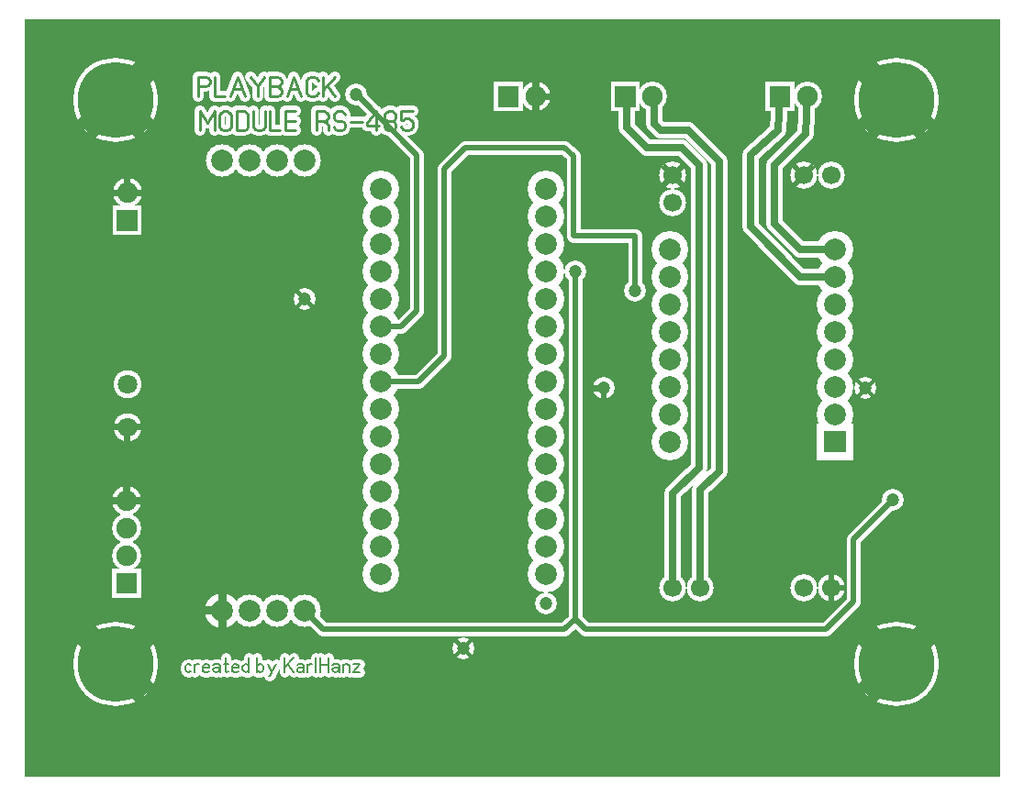
<source format=gbr>
%FSLAX34Y34*%
%MOMM*%
%LNCOPPER_TOP*%
G71*
G01*
%ADD10C, 7.800*%
%ADD11C, 3.000*%
%ADD12C, 3.400*%
%ADD13C, 2.600*%
%ADD14C, 2.700*%
%ADD15C, 2.500*%
%ADD16C, 2.000*%
%ADD17C, 1.500*%
%ADD18C, 1.300*%
%ADD19C, 1.022*%
%ADD20C, 0.967*%
%ADD21C, 3.200*%
%ADD22C, 2.333*%
%ADD23C, 0.567*%
%ADD24C, 0.512*%
%ADD25C, 0.400*%
%ADD26C, 0.633*%
%ADD27C, 0.600*%
%ADD28C, 0.753*%
%ADD29C, 7.000*%
%ADD30C, 2.000*%
%ADD31C, 1.800*%
%ADD32C, 1.900*%
%ADD33C, 1.700*%
%ADD34C, 1.200*%
%ADD35C, 0.700*%
%ADD36C, 0.500*%
%ADD37C, 0.222*%
%ADD38C, 0.167*%
%LPD*%
G36*
X0Y700000D02*
X900000Y700000D01*
X900000Y0D01*
X0Y0D01*
X0Y700000D01*
G37*
%LPC*%
X84137Y625475D02*
G54D10*
D03*
X84137Y104813D02*
G54D10*
D03*
X804862Y104813D02*
G54D10*
D03*
X804862Y625475D02*
G54D10*
D03*
X182562Y569612D02*
G54D11*
D03*
X207962Y569612D02*
G54D11*
D03*
X233362Y569612D02*
G54D11*
D03*
X258762Y569612D02*
G54D11*
D03*
X182562Y153687D02*
G54D11*
D03*
X207962Y153687D02*
G54D11*
D03*
X233362Y153688D02*
G54D11*
D03*
X258762Y153687D02*
G54D11*
D03*
X481012Y187362D02*
G54D12*
D03*
X481012Y212762D02*
G54D12*
D03*
X481012Y238162D02*
G54D12*
D03*
X481012Y263562D02*
G54D12*
D03*
X481012Y288962D02*
G54D12*
D03*
X481012Y314362D02*
G54D12*
D03*
X481012Y339762D02*
G54D12*
D03*
X481012Y365162D02*
G54D12*
D03*
X481012Y390562D02*
G54D12*
D03*
X481012Y415962D02*
G54D12*
D03*
X481012Y441362D02*
G54D12*
D03*
X481012Y466762D02*
G54D12*
D03*
X481012Y492162D02*
G54D12*
D03*
X481012Y517562D02*
G54D12*
D03*
X481012Y542962D02*
G54D12*
D03*
X328612Y187362D02*
G54D12*
D03*
X328612Y212762D02*
G54D12*
D03*
X328612Y238162D02*
G54D12*
D03*
X328612Y263562D02*
G54D12*
D03*
X328612Y288962D02*
G54D12*
D03*
X328612Y314362D02*
G54D12*
D03*
X328612Y339762D02*
G54D12*
D03*
X328612Y365162D02*
G54D12*
D03*
X328612Y390562D02*
G54D12*
D03*
X328612Y415962D02*
G54D12*
D03*
X328612Y441362D02*
G54D12*
D03*
X328612Y466762D02*
G54D12*
D03*
X328612Y492162D02*
G54D12*
D03*
X328612Y517562D02*
G54D12*
D03*
X328612Y542962D02*
G54D12*
D03*
X595312Y487400D02*
G54D12*
D03*
X595312Y462000D02*
G54D12*
D03*
X595312Y436600D02*
G54D12*
D03*
X595312Y411200D02*
G54D12*
D03*
X595312Y385800D02*
G54D12*
D03*
X595312Y360400D02*
G54D12*
D03*
X595312Y335000D02*
G54D12*
D03*
X94761Y322933D02*
G54D13*
D03*
X94761Y362933D02*
G54D13*
D03*
X94765Y539283D02*
G54D14*
D03*
G36*
X108265Y527383D02*
X108265Y500383D01*
X81265Y500383D01*
X81265Y527383D01*
X108265Y527383D01*
G37*
X94413Y204322D02*
G54D14*
D03*
G36*
X107913Y192422D02*
X107913Y165422D01*
X80913Y165422D01*
X80913Y192422D01*
X107913Y192422D01*
G37*
X94413Y229722D02*
G54D14*
D03*
X94413Y255122D02*
G54D14*
D03*
X747713Y487400D02*
G54D12*
D03*
X747713Y462000D02*
G54D12*
D03*
X747713Y436600D02*
G54D12*
D03*
X747713Y411200D02*
G54D12*
D03*
X747713Y385800D02*
G54D12*
D03*
X747713Y360400D02*
G54D12*
D03*
X747713Y335000D02*
G54D12*
D03*
G36*
X764713Y326600D02*
X764713Y292600D01*
X730713Y292600D01*
X730713Y326600D01*
X764713Y326600D01*
G37*
X595312Y309600D02*
G54D12*
D03*
X598414Y174577D02*
G54D15*
D03*
X623814Y174577D02*
G54D15*
D03*
X719064Y174577D02*
G54D15*
D03*
X744464Y174577D02*
G54D15*
D03*
X598329Y555651D02*
G54D15*
D03*
X598328Y530251D02*
G54D15*
D03*
X719064Y555577D02*
G54D15*
D03*
X744464Y555577D02*
G54D15*
D03*
X579884Y628209D02*
G54D14*
D03*
G36*
X567984Y614709D02*
X540984Y614709D01*
X540984Y641709D01*
X567984Y641709D01*
X567984Y614709D01*
G37*
X534987Y358838D02*
G54D16*
D03*
X776287Y358838D02*
G54D16*
D03*
X563563Y449326D02*
G54D16*
D03*
X481013Y160401D02*
G54D16*
D03*
X722759Y628209D02*
G54D14*
D03*
G36*
X710859Y614709D02*
X683859Y614709D01*
X683859Y641709D01*
X710859Y641709D01*
X710859Y614709D01*
G37*
G54D17*
X747713Y487400D02*
X715925Y487400D01*
X692150Y511175D01*
X692150Y565150D01*
X720725Y593725D01*
X722759Y628209D01*
G54D17*
X747713Y462000D02*
X715925Y462000D01*
X669925Y508000D01*
X669925Y574675D01*
X695325Y596900D01*
X697359Y628209D01*
G54D17*
X598414Y174577D02*
X598414Y261864D01*
X622300Y285750D01*
X622300Y565150D01*
X606425Y581025D01*
X574675Y581025D01*
X555625Y600075D01*
X555625Y627068D01*
X554484Y628209D01*
G54D17*
X623814Y174577D02*
X623814Y265039D01*
X641350Y282575D01*
X641350Y568325D01*
X612775Y596900D01*
X587375Y596900D01*
X581025Y603250D01*
X581025Y627068D01*
X579884Y628209D01*
X801688Y255651D02*
G54D16*
D03*
X258763Y441389D02*
G54D16*
D03*
X508000Y466788D02*
G54D16*
D03*
G54D18*
X508000Y466788D02*
X508000Y146050D01*
X517525Y136525D01*
X739775Y136525D01*
X765175Y161925D01*
X765175Y219138D01*
X801688Y255651D01*
G54D18*
X508000Y146050D02*
X498475Y136525D01*
X275924Y136525D01*
X258762Y153687D01*
G54D18*
X328612Y365162D02*
X363575Y365162D01*
X387350Y388938D01*
X387350Y561975D01*
X406400Y581025D01*
X498475Y581025D01*
X506412Y573088D01*
X506412Y500062D01*
X563562Y500062D01*
X563563Y449326D01*
G54D19*
X275208Y605789D02*
X279208Y603567D01*
X280542Y601344D01*
X280542Y596900D01*
G54D19*
X269875Y596900D02*
X269875Y614678D01*
X276542Y614678D01*
X279208Y613567D01*
X280542Y611344D01*
X280542Y609122D01*
X279208Y606900D01*
X276542Y605789D01*
X269875Y605789D01*
G54D19*
X285431Y600233D02*
X286764Y598011D01*
X289431Y596900D01*
X292098Y596900D01*
X294764Y598011D01*
X296098Y600233D01*
X296098Y602456D01*
X294764Y604678D01*
X292098Y605789D01*
X289431Y605789D01*
X286764Y606900D01*
X285431Y609122D01*
X285431Y611344D01*
X286764Y613567D01*
X289431Y614678D01*
X292098Y614678D01*
X294764Y613567D01*
X296098Y611344D01*
G54D19*
X300987Y604678D02*
X311654Y604678D01*
G54D19*
X324543Y596900D02*
X324543Y614678D01*
X316543Y603567D01*
X316543Y601344D01*
X327210Y601344D01*
G54D19*
X338766Y605789D02*
X336099Y605789D01*
X333432Y606900D01*
X332099Y609122D01*
X332099Y611344D01*
X333432Y613567D01*
X336099Y614678D01*
X338766Y614678D01*
X341432Y613567D01*
X342766Y611344D01*
X342766Y609122D01*
X341432Y606900D01*
X338766Y605789D01*
X341432Y604678D01*
X342766Y602456D01*
X342766Y600233D01*
X341432Y598011D01*
X338766Y596900D01*
X336099Y596900D01*
X333432Y598011D01*
X332099Y600233D01*
X332099Y602456D01*
X333432Y604678D01*
X336099Y605789D01*
G54D19*
X358322Y614678D02*
X347655Y614678D01*
X347655Y606900D01*
X348988Y606900D01*
X351655Y608011D01*
X354322Y608011D01*
X356988Y606900D01*
X358322Y604678D01*
X358322Y600233D01*
X356988Y598011D01*
X354322Y596900D01*
X351655Y596900D01*
X348988Y598011D01*
X347655Y600233D01*
G54D20*
X153284Y103914D02*
X151284Y104414D01*
X149284Y103914D01*
X148284Y102248D01*
X148284Y98914D01*
X149284Y97248D01*
X151284Y96914D01*
X153284Y97248D01*
G54D20*
X156951Y96914D02*
X156951Y104414D01*
G54D20*
X156951Y102748D02*
X158951Y104414D01*
X160951Y104414D01*
G54D20*
X170618Y97748D02*
X169018Y96914D01*
X167018Y96914D01*
X165018Y97748D01*
X164618Y99414D01*
X164618Y102248D01*
X165618Y103914D01*
X167618Y104414D01*
X169618Y103914D01*
X170618Y102748D01*
X170618Y101081D01*
X164618Y101081D01*
G54D20*
X174285Y103581D02*
X176285Y104414D01*
X178685Y104414D01*
X180285Y102748D01*
X180285Y96914D01*
G54D20*
X180285Y99414D02*
X179285Y101081D01*
X177285Y101414D01*
X175285Y101081D01*
X174285Y99414D01*
X174685Y97748D01*
X176285Y96914D01*
X177285Y96914D01*
X177685Y96914D01*
X179285Y97748D01*
X180285Y99414D01*
G54D20*
X185952Y110248D02*
X185952Y97748D01*
X186952Y96914D01*
X187952Y97248D01*
G54D20*
X183952Y104414D02*
X187952Y104414D01*
G54D20*
X197619Y97748D02*
X196019Y96914D01*
X194019Y96914D01*
X192019Y97748D01*
X191619Y99414D01*
X191619Y102248D01*
X192619Y103914D01*
X194619Y104414D01*
X196619Y103914D01*
X197619Y102748D01*
X197619Y101081D01*
X191619Y101081D01*
G54D20*
X207286Y96914D02*
X207286Y110248D01*
G54D20*
X207286Y102248D02*
X206286Y103914D01*
X204286Y104414D01*
X202286Y103914D01*
X201286Y102248D01*
X201286Y98914D01*
X202286Y97248D01*
X204286Y96914D01*
X206286Y97248D01*
X207286Y98914D01*
G54D20*
X214820Y96914D02*
X214820Y110248D01*
G54D20*
X214820Y102248D02*
X215820Y103914D01*
X217820Y104414D01*
X219820Y103914D01*
X220820Y102248D01*
X220820Y98914D01*
X219820Y97248D01*
X217820Y96914D01*
X215820Y97248D01*
X214820Y98914D01*
G54D20*
X224487Y104414D02*
X228487Y96914D01*
X232487Y104414D01*
G54D20*
X228487Y96914D02*
X227487Y94414D01*
X226487Y93581D01*
X225487Y93581D01*
G54D20*
X240021Y96914D02*
X240021Y110248D01*
G54D20*
X240021Y101081D02*
X248021Y110248D01*
G54D20*
X243021Y103581D02*
X248021Y96914D01*
G54D20*
X251688Y103581D02*
X253688Y104414D01*
X256088Y104414D01*
X257688Y102748D01*
X257688Y96914D01*
G54D20*
X257688Y99414D02*
X256688Y101081D01*
X254688Y101414D01*
X252688Y101081D01*
X251688Y99414D01*
X252088Y97748D01*
X253688Y96914D01*
X254688Y96914D01*
X255088Y96914D01*
X256688Y97748D01*
X257688Y99414D01*
G54D20*
X261355Y96914D02*
X261355Y104414D01*
G54D20*
X261355Y102748D02*
X263355Y104414D01*
X265355Y104414D01*
G54D20*
X269022Y96914D02*
X269022Y110248D01*
G54D20*
X272689Y96914D02*
X272689Y110248D01*
G54D20*
X280689Y96914D02*
X280689Y110248D01*
G54D20*
X272689Y103581D02*
X280689Y103581D01*
G54D20*
X284356Y103581D02*
X286356Y104414D01*
X288756Y104414D01*
X290356Y102748D01*
X290356Y96914D01*
G54D20*
X290356Y99414D02*
X289356Y101081D01*
X287356Y101414D01*
X285356Y101081D01*
X284356Y99414D01*
X284756Y97748D01*
X286356Y96914D01*
X287356Y96914D01*
X287756Y96914D01*
X289356Y97748D01*
X290356Y99414D01*
G54D20*
X294023Y96914D02*
X294023Y104414D01*
G54D20*
X294023Y102748D02*
X295023Y103914D01*
X297023Y104414D01*
X299023Y103914D01*
X300023Y102748D01*
X300023Y96914D01*
G54D20*
X303690Y104414D02*
X309690Y104414D01*
X303690Y96914D01*
X309690Y96914D01*
X94413Y255121D02*
G54D14*
D03*
X94761Y322933D02*
G54D13*
D03*
X94765Y539283D02*
G54D14*
D03*
X404813Y119126D02*
G54D16*
D03*
X182562Y153687D02*
G54D21*
D03*
X471934Y628209D02*
G54D14*
D03*
G36*
X460034Y614709D02*
X433034Y614709D01*
X433034Y641709D01*
X460034Y641709D01*
X460034Y614709D01*
G37*
X471934Y628209D02*
G54D13*
D03*
X306388Y630301D02*
G54D16*
D03*
G54D18*
X328612Y415962D02*
X347700Y415962D01*
X361950Y430212D01*
X361950Y574675D01*
X306452Y630238D01*
X306388Y630301D01*
G54D19*
X160338Y628650D02*
X160338Y646428D01*
X167004Y646428D01*
X169671Y645317D01*
X171004Y643094D01*
X171004Y640872D01*
X169671Y638650D01*
X167004Y637539D01*
X160338Y637539D01*
G54D19*
X175894Y646428D02*
X175894Y628650D01*
X185227Y628650D01*
G54D19*
X190116Y628650D02*
X196782Y646428D01*
X203449Y628650D01*
G54D19*
X192782Y635317D02*
X200782Y635317D01*
G54D19*
X208338Y646428D02*
X215004Y637539D01*
X215004Y628650D01*
G54D19*
X215004Y637539D02*
X221671Y646428D01*
G54D19*
X226560Y628650D02*
X226560Y646428D01*
X233226Y646428D01*
X235893Y645317D01*
X237226Y643094D01*
X237226Y640872D01*
X235893Y638650D01*
X233226Y637539D01*
X235893Y636428D01*
X237226Y634206D01*
X237226Y631983D01*
X235893Y629761D01*
X233226Y628650D01*
X226560Y628650D01*
G54D19*
X226560Y637539D02*
X233226Y637539D01*
G54D19*
X242116Y628650D02*
X248782Y646428D01*
X255449Y628650D01*
G54D19*
X244782Y635317D02*
X252782Y635317D01*
G54D19*
X271004Y631983D02*
X269671Y629761D01*
X267004Y628650D01*
X264338Y628650D01*
X261671Y629761D01*
X260338Y631983D01*
X260338Y643094D01*
X261671Y645317D01*
X264338Y646428D01*
X267004Y646428D01*
X269671Y645317D01*
X271004Y643094D01*
G54D19*
X275894Y628650D02*
X275894Y646428D01*
G54D19*
X275894Y634206D02*
X286560Y646428D01*
G54D19*
X279894Y637539D02*
X286560Y628650D01*
G54D19*
X161925Y596900D02*
X161925Y614678D01*
X168592Y603567D01*
X175258Y614678D01*
X175258Y596900D01*
G54D19*
X190814Y611344D02*
X190814Y600233D01*
X189480Y598011D01*
X186814Y596900D01*
X184147Y596900D01*
X181480Y598011D01*
X180147Y600233D01*
X180147Y611344D01*
X181480Y613567D01*
X184147Y614678D01*
X186814Y614678D01*
X189480Y613567D01*
X190814Y611344D01*
G54D19*
X195703Y596900D02*
X195703Y614678D01*
X202370Y614678D01*
X205036Y613567D01*
X206370Y611344D01*
X206370Y600233D01*
X205036Y598011D01*
X202370Y596900D01*
X195703Y596900D01*
G54D19*
X211259Y614678D02*
X211259Y600233D01*
X212592Y598011D01*
X215259Y596900D01*
X217926Y596900D01*
X220592Y598011D01*
X221926Y600233D01*
X221926Y614678D01*
G54D19*
X226815Y614678D02*
X226815Y596900D01*
X236148Y596900D01*
G54D19*
X250370Y596900D02*
X241037Y596900D01*
X241037Y614678D01*
X250370Y614678D01*
G54D19*
X241037Y605789D02*
X250370Y605789D01*
%LPD*%
G54D22*
G36*
X75887Y633725D02*
X103818Y661655D01*
X120317Y645156D01*
X92387Y617225D01*
X75887Y633725D01*
G37*
G36*
X92387Y633725D02*
X120317Y605794D01*
X103818Y589295D01*
X75887Y617225D01*
X92387Y633725D01*
G37*
G36*
X92387Y617225D02*
X64456Y589295D01*
X47957Y605794D01*
X75887Y633725D01*
X92387Y617225D01*
G37*
G54D22*
G36*
X75887Y113063D02*
X103818Y140993D01*
X120317Y124494D01*
X92387Y96563D01*
X75887Y113063D01*
G37*
G36*
X92387Y113063D02*
X120317Y85132D01*
X103818Y68633D01*
X75887Y96563D01*
X92387Y113063D01*
G37*
G36*
X75887Y96563D02*
X47957Y124494D01*
X64456Y140993D01*
X92387Y113063D01*
X75887Y96563D01*
G37*
G54D22*
G36*
X796612Y113063D02*
X824543Y140993D01*
X841042Y124494D01*
X813112Y96563D01*
X796612Y113063D01*
G37*
G36*
X813112Y96563D02*
X785181Y68633D01*
X768682Y85132D01*
X796612Y113063D01*
X813112Y96563D01*
G37*
G36*
X796612Y96563D02*
X768682Y124494D01*
X785181Y140993D01*
X813112Y113063D01*
X796612Y96563D01*
G37*
G54D22*
G36*
X813112Y633725D02*
X841042Y605794D01*
X824543Y589295D01*
X796612Y617225D01*
X813112Y633725D01*
G37*
G36*
X813112Y617225D02*
X785181Y589295D01*
X768682Y605794D01*
X796612Y633725D01*
X813112Y617225D01*
G37*
G36*
X796612Y617225D02*
X768682Y645156D01*
X785181Y661655D01*
X813112Y633725D01*
X796612Y617225D01*
G37*
G54D23*
G36*
X744464Y177410D02*
X757464Y177410D01*
X757464Y171744D01*
X744464Y171744D01*
X744464Y177410D01*
G37*
G36*
X747297Y174577D02*
X747297Y161577D01*
X741631Y161577D01*
X741631Y174577D01*
X747297Y174577D01*
G37*
G36*
X741631Y174577D02*
X741631Y187577D01*
X747297Y187577D01*
X747297Y174577D01*
X741631Y174577D01*
G37*
G54D23*
G36*
X600332Y553648D02*
X591140Y544455D01*
X587133Y548462D01*
X596326Y557654D01*
X600332Y553648D01*
G37*
G36*
X596326Y553648D02*
X587133Y562840D01*
X591140Y566847D01*
X600332Y557654D01*
X596326Y553648D01*
G37*
G36*
X596326Y557654D02*
X605518Y566847D01*
X609525Y562840D01*
X600332Y553648D01*
X596326Y557654D01*
G37*
G36*
X600332Y557654D02*
X609525Y548462D01*
X605518Y544455D01*
X596326Y553648D01*
X600332Y557654D01*
G37*
G54D23*
G36*
X721067Y553574D02*
X711875Y544381D01*
X707868Y548388D01*
X717061Y557580D01*
X721067Y553574D01*
G37*
G36*
X717061Y553574D02*
X707868Y562766D01*
X711875Y566773D01*
X721067Y557580D01*
X717061Y553574D01*
G37*
G36*
X717061Y557580D02*
X726253Y566773D01*
X730260Y562766D01*
X721067Y553574D01*
X717061Y557580D01*
G37*
G54D24*
G36*
X537547Y358838D02*
X537547Y348338D01*
X532427Y348338D01*
X532427Y358838D01*
X537547Y358838D01*
G37*
G36*
X534987Y356278D02*
X524487Y356278D01*
X524487Y361398D01*
X534987Y361398D01*
X534987Y356278D01*
G37*
G54D25*
G36*
X774873Y360252D02*
X782297Y367677D01*
X785126Y364848D01*
X777701Y357424D01*
X774873Y360252D01*
G37*
G36*
X777701Y360252D02*
X785126Y352828D01*
X782297Y349999D01*
X774873Y357424D01*
X777701Y360252D01*
G37*
G36*
X777701Y357424D02*
X770277Y349999D01*
X767448Y352828D01*
X774873Y360252D01*
X777701Y357424D01*
G37*
G36*
X774873Y357424D02*
X767448Y364848D01*
X770277Y367677D01*
X777701Y360252D01*
X774873Y357424D01*
G37*
G54D25*
G36*
X260177Y442803D02*
X267602Y435379D01*
X264773Y432550D01*
X257349Y439975D01*
X260177Y442803D01*
G37*
G36*
X260177Y439975D02*
X252753Y432550D01*
X249924Y435379D01*
X257349Y442803D01*
X260177Y439975D01*
G37*
G36*
X257349Y439975D02*
X249924Y447399D01*
X252753Y450228D01*
X260177Y442803D01*
X257349Y439975D01*
G37*
G54D26*
G36*
X91246Y255121D02*
X91246Y269121D01*
X97580Y269121D01*
X97580Y255121D01*
X91246Y255121D01*
G37*
G36*
X94413Y258288D02*
X108413Y258288D01*
X108413Y251954D01*
X94413Y251954D01*
X94413Y258288D01*
G37*
G36*
X94413Y251954D02*
X80413Y251954D01*
X80413Y258288D01*
X94413Y258288D01*
X94413Y251954D01*
G37*
G54D27*
G36*
X94761Y325933D02*
X108261Y325933D01*
X108261Y319933D01*
X94761Y319933D01*
X94761Y325933D01*
G37*
G36*
X97761Y322933D02*
X97761Y309433D01*
X91761Y309433D01*
X91761Y322933D01*
X97761Y322933D01*
G37*
G36*
X94761Y319933D02*
X81261Y319933D01*
X81261Y325933D01*
X94761Y325933D01*
X94761Y319933D01*
G37*
G54D26*
G36*
X91598Y539283D02*
X91598Y553283D01*
X97931Y553283D01*
X97931Y539283D01*
X91598Y539283D01*
G37*
G36*
X94765Y542450D02*
X108765Y542450D01*
X108765Y536116D01*
X94765Y536116D01*
X94765Y542450D01*
G37*
G36*
X94765Y536116D02*
X80765Y536116D01*
X80765Y542450D01*
X94765Y542450D01*
X94765Y536116D01*
G37*
G54D25*
G36*
X403399Y120540D02*
X410823Y127965D01*
X413652Y125136D01*
X406227Y117712D01*
X403399Y120540D01*
G37*
G36*
X406227Y120540D02*
X413652Y113116D01*
X410823Y110287D01*
X403399Y117712D01*
X406227Y120540D01*
G37*
G36*
X406227Y117712D02*
X398803Y110287D01*
X395974Y113116D01*
X403399Y120540D01*
X406227Y117712D01*
G37*
G36*
X403399Y117712D02*
X395974Y125136D01*
X398803Y127965D01*
X406227Y120540D01*
X403399Y117712D01*
G37*
G54D28*
G36*
X178795Y153687D02*
X178795Y170187D01*
X186329Y170187D01*
X186329Y153687D01*
X178795Y153687D01*
G37*
G36*
X186329Y153687D02*
X186329Y137187D01*
X178795Y137187D01*
X178795Y153687D01*
X186329Y153687D01*
G37*
G36*
X182562Y149920D02*
X166062Y149920D01*
X166062Y157454D01*
X182562Y157454D01*
X182562Y149920D01*
G37*
G54D27*
G36*
X468934Y628209D02*
X468934Y641709D01*
X474934Y641709D01*
X474934Y628209D01*
X468934Y628209D01*
G37*
G36*
X471934Y631209D02*
X485434Y631209D01*
X485434Y625209D01*
X471934Y625209D01*
X471934Y631209D01*
G37*
G36*
X474934Y628209D02*
X474934Y614709D01*
X468934Y614709D01*
X468934Y628209D01*
X474934Y628209D01*
G37*
X84137Y625475D02*
G54D29*
D03*
X84137Y104813D02*
G54D29*
D03*
X804862Y104813D02*
G54D29*
D03*
X804862Y625475D02*
G54D29*
D03*
X182562Y569612D02*
G54D30*
D03*
X207962Y569612D02*
G54D30*
D03*
X233362Y569612D02*
G54D30*
D03*
X258762Y569612D02*
G54D30*
D03*
X182562Y153687D02*
G54D30*
D03*
X207962Y153687D02*
G54D30*
D03*
X233362Y153688D02*
G54D30*
D03*
X258762Y153687D02*
G54D30*
D03*
X481012Y187362D02*
G54D30*
D03*
X481012Y212762D02*
G54D30*
D03*
X481012Y238162D02*
G54D30*
D03*
X481012Y263562D02*
G54D30*
D03*
X481012Y288962D02*
G54D30*
D03*
X481012Y314362D02*
G54D30*
D03*
X481012Y339762D02*
G54D30*
D03*
X481012Y365162D02*
G54D30*
D03*
X481012Y390562D02*
G54D30*
D03*
X481012Y415962D02*
G54D30*
D03*
X481012Y441362D02*
G54D30*
D03*
X481012Y466762D02*
G54D30*
D03*
X481012Y492162D02*
G54D30*
D03*
X481012Y517562D02*
G54D30*
D03*
X481012Y542962D02*
G54D30*
D03*
X328612Y187362D02*
G54D30*
D03*
X328612Y212762D02*
G54D30*
D03*
X328612Y238162D02*
G54D30*
D03*
X328612Y263562D02*
G54D30*
D03*
X328612Y288962D02*
G54D30*
D03*
X328612Y314362D02*
G54D30*
D03*
X328612Y339762D02*
G54D30*
D03*
X328612Y365162D02*
G54D30*
D03*
X328612Y390562D02*
G54D30*
D03*
X328612Y415962D02*
G54D30*
D03*
X328612Y441362D02*
G54D30*
D03*
X328612Y466762D02*
G54D30*
D03*
X328612Y492162D02*
G54D30*
D03*
X328612Y517562D02*
G54D30*
D03*
X328612Y542962D02*
G54D30*
D03*
X595312Y487400D02*
G54D30*
D03*
X595312Y462000D02*
G54D30*
D03*
X595312Y436600D02*
G54D30*
D03*
X595312Y411200D02*
G54D30*
D03*
X595312Y385800D02*
G54D30*
D03*
X595312Y360400D02*
G54D30*
D03*
X595312Y335000D02*
G54D30*
D03*
X94761Y322933D02*
G54D31*
D03*
X94761Y362933D02*
G54D31*
D03*
X94765Y539283D02*
G54D32*
D03*
G36*
X104265Y523383D02*
X104265Y504383D01*
X85265Y504383D01*
X85265Y523383D01*
X104265Y523383D01*
G37*
X94413Y204322D02*
G54D32*
D03*
G36*
X103913Y188422D02*
X103913Y169422D01*
X84913Y169422D01*
X84913Y188422D01*
X103913Y188422D01*
G37*
X94413Y229722D02*
G54D32*
D03*
X94413Y255122D02*
G54D32*
D03*
X747713Y487400D02*
G54D30*
D03*
X747713Y462000D02*
G54D30*
D03*
X747713Y436600D02*
G54D30*
D03*
X747713Y411200D02*
G54D30*
D03*
X747713Y385800D02*
G54D30*
D03*
X747713Y360400D02*
G54D30*
D03*
X747713Y335000D02*
G54D30*
D03*
G36*
X757713Y319600D02*
X757713Y299600D01*
X737713Y299600D01*
X737713Y319600D01*
X757713Y319600D01*
G37*
X595312Y309600D02*
G54D30*
D03*
X598414Y174577D02*
G54D33*
D03*
X623814Y174577D02*
G54D33*
D03*
X719064Y174577D02*
G54D33*
D03*
X744464Y174577D02*
G54D33*
D03*
X598329Y555651D02*
G54D33*
D03*
X598328Y530251D02*
G54D33*
D03*
X719064Y555577D02*
G54D33*
D03*
X744464Y555577D02*
G54D33*
D03*
X579884Y628209D02*
G54D32*
D03*
G36*
X563984Y618709D02*
X544984Y618709D01*
X544984Y637709D01*
X563984Y637709D01*
X563984Y618709D01*
G37*
X534987Y358838D02*
G54D34*
D03*
X776287Y358838D02*
G54D34*
D03*
X563563Y449326D02*
G54D34*
D03*
X481013Y160401D02*
G54D34*
D03*
X722759Y628209D02*
G54D32*
D03*
G36*
X706859Y618709D02*
X687859Y618709D01*
X687859Y637709D01*
X706859Y637709D01*
X706859Y618709D01*
G37*
G54D35*
X747713Y487400D02*
X715925Y487400D01*
X692150Y511175D01*
X692150Y565150D01*
X720725Y593725D01*
X722759Y628209D01*
G54D35*
X747713Y462000D02*
X715925Y462000D01*
X669925Y508000D01*
X669925Y574675D01*
X695325Y596900D01*
X697359Y628209D01*
G54D35*
X598414Y174577D02*
X598414Y261864D01*
X622300Y285750D01*
X622300Y565150D01*
X606425Y581025D01*
X574675Y581025D01*
X555625Y600075D01*
X555625Y627068D01*
X554484Y628209D01*
G54D35*
X623814Y174577D02*
X623814Y265039D01*
X641350Y282575D01*
X641350Y568325D01*
X612775Y596900D01*
X587375Y596900D01*
X581025Y603250D01*
X581025Y627068D01*
X579884Y628209D01*
X801688Y255651D02*
G54D34*
D03*
X258763Y441389D02*
G54D34*
D03*
X508000Y466788D02*
G54D34*
D03*
G54D36*
X508000Y466788D02*
X508000Y146050D01*
X517525Y136525D01*
X739775Y136525D01*
X765175Y161925D01*
X765175Y219138D01*
X801688Y255651D01*
G54D36*
X508000Y146050D02*
X498475Y136525D01*
X275924Y136525D01*
X258762Y153687D01*
G54D36*
X328612Y365162D02*
X363575Y365162D01*
X387350Y388938D01*
X387350Y561975D01*
X406400Y581025D01*
X498475Y581025D01*
X506412Y573088D01*
X506412Y500062D01*
X563562Y500062D01*
X563563Y449326D01*
G54D37*
X275208Y605789D02*
X279208Y603567D01*
X280542Y601344D01*
X280542Y596900D01*
G54D37*
X269875Y596900D02*
X269875Y614678D01*
X276542Y614678D01*
X279208Y613567D01*
X280542Y611344D01*
X280542Y609122D01*
X279208Y606900D01*
X276542Y605789D01*
X269875Y605789D01*
G54D37*
X285431Y600233D02*
X286764Y598011D01*
X289431Y596900D01*
X292098Y596900D01*
X294764Y598011D01*
X296098Y600233D01*
X296098Y602456D01*
X294764Y604678D01*
X292098Y605789D01*
X289431Y605789D01*
X286764Y606900D01*
X285431Y609122D01*
X285431Y611344D01*
X286764Y613567D01*
X289431Y614678D01*
X292098Y614678D01*
X294764Y613567D01*
X296098Y611344D01*
G54D37*
X300987Y604678D02*
X311654Y604678D01*
G54D37*
X324543Y596900D02*
X324543Y614678D01*
X316543Y603567D01*
X316543Y601344D01*
X327210Y601344D01*
G54D37*
X338766Y605789D02*
X336099Y605789D01*
X333432Y606900D01*
X332099Y609122D01*
X332099Y611344D01*
X333432Y613567D01*
X336099Y614678D01*
X338766Y614678D01*
X341432Y613567D01*
X342766Y611344D01*
X342766Y609122D01*
X341432Y606900D01*
X338766Y605789D01*
X341432Y604678D01*
X342766Y602456D01*
X342766Y600233D01*
X341432Y598011D01*
X338766Y596900D01*
X336099Y596900D01*
X333432Y598011D01*
X332099Y600233D01*
X332099Y602456D01*
X333432Y604678D01*
X336099Y605789D01*
G54D37*
X358322Y614678D02*
X347655Y614678D01*
X347655Y606900D01*
X348988Y606900D01*
X351655Y608011D01*
X354322Y608011D01*
X356988Y606900D01*
X358322Y604678D01*
X358322Y600233D01*
X356988Y598011D01*
X354322Y596900D01*
X351655Y596900D01*
X348988Y598011D01*
X347655Y600233D01*
G54D38*
X153284Y103914D02*
X151284Y104414D01*
X149284Y103914D01*
X148284Y102248D01*
X148284Y98914D01*
X149284Y97248D01*
X151284Y96914D01*
X153284Y97248D01*
G54D38*
X156951Y96914D02*
X156951Y104414D01*
G54D38*
X156951Y102748D02*
X158951Y104414D01*
X160951Y104414D01*
G54D38*
X170618Y97748D02*
X169018Y96914D01*
X167018Y96914D01*
X165018Y97748D01*
X164618Y99414D01*
X164618Y102248D01*
X165618Y103914D01*
X167618Y104414D01*
X169618Y103914D01*
X170618Y102748D01*
X170618Y101081D01*
X164618Y101081D01*
G54D38*
X174285Y103581D02*
X176285Y104414D01*
X178685Y104414D01*
X180285Y102748D01*
X180285Y96914D01*
G54D38*
X180285Y99414D02*
X179285Y101081D01*
X177285Y101414D01*
X175285Y101081D01*
X174285Y99414D01*
X174685Y97748D01*
X176285Y96914D01*
X177285Y96914D01*
X177685Y96914D01*
X179285Y97748D01*
X180285Y99414D01*
G54D38*
X185952Y110248D02*
X185952Y97748D01*
X186952Y96914D01*
X187952Y97248D01*
G54D38*
X183952Y104414D02*
X187952Y104414D01*
G54D38*
X197619Y97748D02*
X196019Y96914D01*
X194019Y96914D01*
X192019Y97748D01*
X191619Y99414D01*
X191619Y102248D01*
X192619Y103914D01*
X194619Y104414D01*
X196619Y103914D01*
X197619Y102748D01*
X197619Y101081D01*
X191619Y101081D01*
G54D38*
X207286Y96914D02*
X207286Y110248D01*
G54D38*
X207286Y102248D02*
X206286Y103914D01*
X204286Y104414D01*
X202286Y103914D01*
X201286Y102248D01*
X201286Y98914D01*
X202286Y97248D01*
X204286Y96914D01*
X206286Y97248D01*
X207286Y98914D01*
G54D38*
X214820Y96914D02*
X214820Y110248D01*
G54D38*
X214820Y102248D02*
X215820Y103914D01*
X217820Y104414D01*
X219820Y103914D01*
X220820Y102248D01*
X220820Y98914D01*
X219820Y97248D01*
X217820Y96914D01*
X215820Y97248D01*
X214820Y98914D01*
G54D38*
X224487Y104414D02*
X228487Y96914D01*
X232487Y104414D01*
G54D38*
X228487Y96914D02*
X227487Y94414D01*
X226487Y93581D01*
X225487Y93581D01*
G54D38*
X240021Y96914D02*
X240021Y110248D01*
G54D38*
X240021Y101081D02*
X248021Y110248D01*
G54D38*
X243021Y103581D02*
X248021Y96914D01*
G54D38*
X251688Y103581D02*
X253688Y104414D01*
X256088Y104414D01*
X257688Y102748D01*
X257688Y96914D01*
G54D38*
X257688Y99414D02*
X256688Y101081D01*
X254688Y101414D01*
X252688Y101081D01*
X251688Y99414D01*
X252088Y97748D01*
X253688Y96914D01*
X254688Y96914D01*
X255088Y96914D01*
X256688Y97748D01*
X257688Y99414D01*
G54D38*
X261355Y96914D02*
X261355Y104414D01*
G54D38*
X261355Y102748D02*
X263355Y104414D01*
X265355Y104414D01*
G54D38*
X269022Y96914D02*
X269022Y110248D01*
G54D38*
X272689Y96914D02*
X272689Y110248D01*
G54D38*
X280689Y96914D02*
X280689Y110248D01*
G54D38*
X272689Y103581D02*
X280689Y103581D01*
G54D38*
X284356Y103581D02*
X286356Y104414D01*
X288756Y104414D01*
X290356Y102748D01*
X290356Y96914D01*
G54D38*
X290356Y99414D02*
X289356Y101081D01*
X287356Y101414D01*
X285356Y101081D01*
X284356Y99414D01*
X284756Y97748D01*
X286356Y96914D01*
X287356Y96914D01*
X287756Y96914D01*
X289356Y97748D01*
X290356Y99414D01*
G54D38*
X294023Y96914D02*
X294023Y104414D01*
G54D38*
X294023Y102748D02*
X295023Y103914D01*
X297023Y104414D01*
X299023Y103914D01*
X300023Y102748D01*
X300023Y96914D01*
G54D38*
X303690Y104414D02*
X309690Y104414D01*
X303690Y96914D01*
X309690Y96914D01*
X94413Y255121D02*
G54D32*
D03*
X94761Y322933D02*
G54D31*
D03*
X94765Y539283D02*
G54D32*
D03*
X404813Y119126D02*
G54D34*
D03*
X182562Y153687D02*
G54D30*
D03*
X471934Y628209D02*
G54D32*
D03*
G36*
X456034Y618709D02*
X437034Y618709D01*
X437034Y637709D01*
X456034Y637709D01*
X456034Y618709D01*
G37*
X471934Y628209D02*
G54D31*
D03*
X306388Y630301D02*
G54D34*
D03*
G54D36*
X328612Y415962D02*
X347700Y415962D01*
X361950Y430212D01*
X361950Y574675D01*
X306452Y630238D01*
X306388Y630301D01*
G54D37*
X160338Y628650D02*
X160338Y646428D01*
X167004Y646428D01*
X169671Y645317D01*
X171004Y643094D01*
X171004Y640872D01*
X169671Y638650D01*
X167004Y637539D01*
X160338Y637539D01*
G54D37*
X175894Y646428D02*
X175894Y628650D01*
X185227Y628650D01*
G54D37*
X190116Y628650D02*
X196782Y646428D01*
X203449Y628650D01*
G54D37*
X192782Y635317D02*
X200782Y635317D01*
G54D37*
X208338Y646428D02*
X215004Y637539D01*
X215004Y628650D01*
G54D37*
X215004Y637539D02*
X221671Y646428D01*
G54D37*
X226560Y628650D02*
X226560Y646428D01*
X233226Y646428D01*
X235893Y645317D01*
X237226Y643094D01*
X237226Y640872D01*
X235893Y638650D01*
X233226Y637539D01*
X235893Y636428D01*
X237226Y634206D01*
X237226Y631983D01*
X235893Y629761D01*
X233226Y628650D01*
X226560Y628650D01*
G54D37*
X226560Y637539D02*
X233226Y637539D01*
G54D37*
X242116Y628650D02*
X248782Y646428D01*
X255449Y628650D01*
G54D37*
X244782Y635317D02*
X252782Y635317D01*
G54D37*
X271004Y631983D02*
X269671Y629761D01*
X267004Y628650D01*
X264338Y628650D01*
X261671Y629761D01*
X260338Y631983D01*
X260338Y643094D01*
X261671Y645317D01*
X264338Y646428D01*
X267004Y646428D01*
X269671Y645317D01*
X271004Y643094D01*
G54D37*
X275894Y628650D02*
X275894Y646428D01*
G54D37*
X275894Y634206D02*
X286560Y646428D01*
G54D37*
X279894Y637539D02*
X286560Y628650D01*
G54D37*
X161925Y596900D02*
X161925Y614678D01*
X168592Y603567D01*
X175258Y614678D01*
X175258Y596900D01*
G54D37*
X190814Y611344D02*
X190814Y600233D01*
X189480Y598011D01*
X186814Y596900D01*
X184147Y596900D01*
X181480Y598011D01*
X180147Y600233D01*
X180147Y611344D01*
X181480Y613567D01*
X184147Y614678D01*
X186814Y614678D01*
X189480Y613567D01*
X190814Y611344D01*
G54D37*
X195703Y596900D02*
X195703Y614678D01*
X202370Y614678D01*
X205036Y613567D01*
X206370Y611344D01*
X206370Y600233D01*
X205036Y598011D01*
X202370Y596900D01*
X195703Y596900D01*
G54D37*
X211259Y614678D02*
X211259Y600233D01*
X212592Y598011D01*
X215259Y596900D01*
X217926Y596900D01*
X220592Y598011D01*
X221926Y600233D01*
X221926Y614678D01*
G54D37*
X226815Y614678D02*
X226815Y596900D01*
X236148Y596900D01*
G54D37*
X250370Y596900D02*
X241037Y596900D01*
X241037Y614678D01*
X250370Y614678D01*
G54D37*
X241037Y605789D02*
X250370Y605789D01*
M02*

</source>
